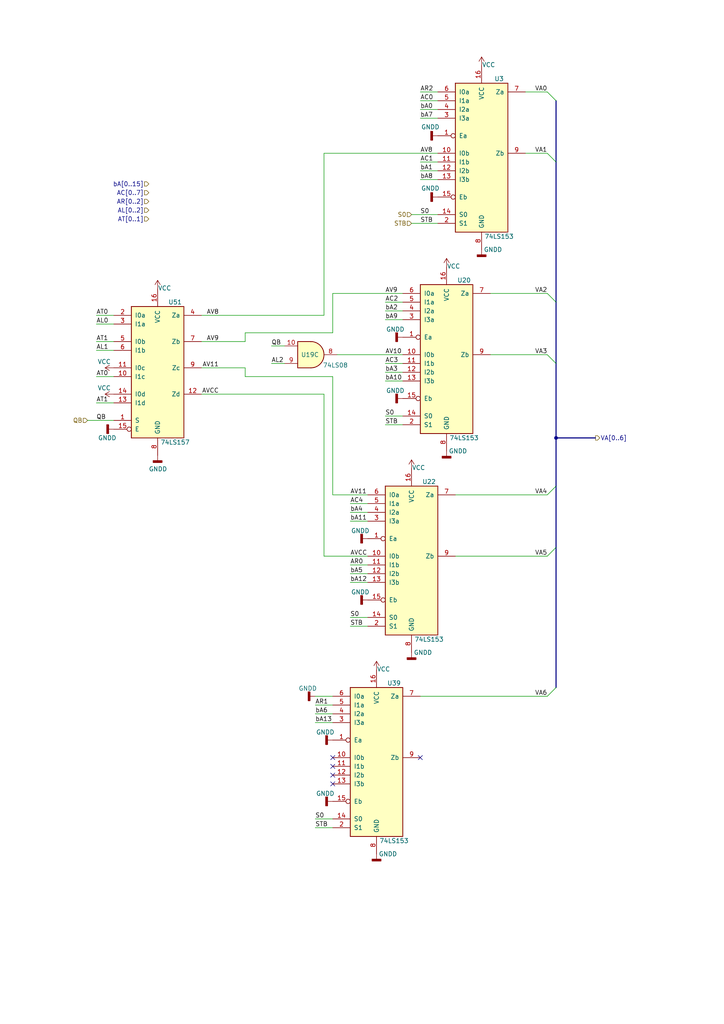
<source format=kicad_sch>
(kicad_sch (version 20230121) (generator eeschema)
  (paper "A4" portrait)
  (lib_symbols
    (symbol "74xx:74LS08" (pin_names (offset 1.016))
      (property "Reference" "U" (at 0 1.27 0))
      (property "Value" "74LS08" (at 0 -1.27 0))
      (symbol "74LS08_1_1"
        (arc (start 0 -3.81) (mid 3.7934 0) (end 0 3.81) (stroke (width 0.254)) (fill (type background)))
        (polyline (pts (xy 0 3.81) (xy -3.81 3.81) (xy -3.81 -3.81) (xy 0 -3.81)) (stroke (width 0.254)) (fill (type background)))
        (pin input line (at -7.62 2.54 0) (length 3.81) (name "~") (number "1"))
        (pin input line (at -7.62 -2.54 0) (length 3.81) (name "~") (number "2"))
        (pin output line (at 7.62 0 180) (length 3.81) (name "~") (number "3"))
      )
      (symbol "74LS08_1_2"
        (arc (start -3.81 -3.81) (mid -2.589 0) (end -3.81 3.81) (stroke (width 0.254)))
        (arc (start -0.6096 -3.81) (mid 2.1842 -2.5851) (end 3.81 0) (stroke (width 0.254)) (fill (type background)))
        (polyline (pts (xy -3.81 -3.81) (xy -0.635 -3.81)) (stroke (width 0.254)) (fill (type background)))
        (polyline (pts (xy -3.81 3.81) (xy -0.635 3.81)) (stroke (width 0.254)) (fill (type background)))
        (polyline (pts (xy -0.635 3.81) (xy -3.81 3.81) (xy -3.81 3.81) (xy -3.556 3.4036) (xy -3.0226 2.2606) (xy -2.6924 1.0414) (xy -2.6162 -0.254) (xy -2.7686 -1.4986) (xy -3.175 -2.7178) (xy -3.81 -3.81) (xy -3.81 -3.81) (xy -0.635 -3.81)) (stroke (width -25.4)) (fill (type background)))
        (arc (start 3.81 0) (mid 2.1915 2.5936) (end -0.6096 3.81) (stroke (width 0.254)) (fill (type background)))
        (pin input inverted (at -7.62 2.54 0) (length 4.318) (name "~") (number "1"))
        (pin input inverted (at -7.62 -2.54 0) (length 4.318) (name "~") (number "2"))
        (pin output inverted (at 7.62 0 180) (length 3.81) (name "~") (number "3"))
      )
      (symbol "74LS08_2_1"
        (arc (start 0 -3.81) (mid 3.7934 0) (end 0 3.81) (stroke (width 0.254)) (fill (type background)))
        (polyline (pts (xy 0 3.81) (xy -3.81 3.81) (xy -3.81 -3.81) (xy 0 -3.81)) (stroke (width 0.254)) (fill (type background)))
        (pin input line (at -7.62 2.54 0) (length 3.81) (name "~") (number "4"))
        (pin input line (at -7.62 -2.54 0) (length 3.81) (name "~") (number "5"))
        (pin output line (at 7.62 0 180) (length 3.81) (name "~") (number "6"))
      )
      (symbol "74LS08_2_2"
        (arc (start -3.81 -3.81) (mid -2.589 0) (end -3.81 3.81) (stroke (width 0.254)))
        (arc (start -0.6096 -3.81) (mid 2.1842 -2.5851) (end 3.81 0) (stroke (width 0.254)) (fill (type background)))
        (polyline (pts (xy -3.81 -3.81) (xy -0.635 -3.81)) (stroke (width 0.254)) (fill (type background)))
        (polyline (pts (xy -3.81 3.81) (xy -0.635 3.81)) (stroke (width 0.254)) (fill (type background)))
        (polyline (pts (xy -0.635 3.81) (xy -3.81 3.81) (xy -3.81 3.81) (xy -3.556 3.4036) (xy -3.0226 2.2606) (xy -2.6924 1.0414) (xy -2.6162 -0.254) (xy -2.7686 -1.4986) (xy -3.175 -2.7178) (xy -3.81 -3.81) (xy -3.81 -3.81) (xy -0.635 -3.81)) (stroke (width -25.4)) (fill (type background)))
        (arc (start 3.81 0) (mid 2.1915 2.5936) (end -0.6096 3.81) (stroke (width 0.254)) (fill (type background)))
        (pin input inverted (at -7.62 2.54 0) (length 4.318) (name "~") (number "4"))
        (pin input inverted (at -7.62 -2.54 0) (length 4.318) (name "~") (number "5"))
        (pin output inverted (at 7.62 0 180) (length 3.81) (name "~") (number "6"))
      )
      (symbol "74LS08_3_1"
        (arc (start 0 -3.81) (mid 3.7934 0) (end 0 3.81) (stroke (width 0.254)) (fill (type background)))
        (polyline (pts (xy 0 3.81) (xy -3.81 3.81) (xy -3.81 -3.81) (xy 0 -3.81)) (stroke (width 0.254)) (fill (type background)))
        (pin input line (at -7.62 -2.54 0) (length 3.81) (name "~") (number "10"))
        (pin output line (at 7.62 0 180) (length 3.81) (name "~") (number "8"))
        (pin input line (at -7.62 2.54 0) (length 3.81) (name "~") (number "9"))
      )
      (symbol "74LS08_3_2"
        (arc (start -3.81 -3.81) (mid -2.589 0) (end -3.81 3.81) (stroke (width 0.254)))
        (arc (start -0.6096 -3.81) (mid 2.1842 -2.5851) (end 3.81 0) (stroke (width 0.254)) (fill (type background)))
        (polyline (pts (xy -3.81 -3.81) (xy -0.635 -3.81)) (stroke (width 0.254)) (fill (type background)))
        (polyline (pts (xy -3.81 3.81) (xy -0.635 3.81)) (stroke (width 0.254)) (fill (type background)))
        (polyline (pts (xy -0.635 3.81) (xy -3.81 3.81) (xy -3.81 3.81) (xy -3.556 3.4036) (xy -3.0226 2.2606) (xy -2.6924 1.0414) (xy -2.6162 -0.254) (xy -2.7686 -1.4986) (xy -3.175 -2.7178) (xy -3.81 -3.81) (xy -3.81 -3.81) (xy -0.635 -3.81)) (stroke (width -25.4)) (fill (type background)))
        (arc (start 3.81 0) (mid 2.1915 2.5936) (end -0.6096 3.81) (stroke (width 0.254)) (fill (type background)))
        (pin input inverted (at -7.62 -2.54 0) (length 4.318) (name "~") (number "10"))
        (pin output inverted (at 7.62 0 180) (length 3.81) (name "~") (number "8"))
        (pin input inverted (at -7.62 2.54 0) (length 4.318) (name "~") (number "9"))
      )
      (symbol "74LS08_4_1"
        (arc (start 0 -3.81) (mid 3.7934 0) (end 0 3.81) (stroke (width 0.254)) (fill (type background)))
        (polyline (pts (xy 0 3.81) (xy -3.81 3.81) (xy -3.81 -3.81) (xy 0 -3.81)) (stroke (width 0.254)) (fill (type background)))
        (pin output line (at 7.62 0 180) (length 3.81) (name "~") (number "11"))
        (pin input line (at -7.62 2.54 0) (length 3.81) (name "~") (number "12"))
        (pin input line (at -7.62 -2.54 0) (length 3.81) (name "~") (number "13"))
      )
      (symbol "74LS08_4_2"
        (arc (start -3.81 -3.81) (mid -2.589 0) (end -3.81 3.81) (stroke (width 0.254)))
        (arc (start -0.6096 -3.81) (mid 2.1842 -2.5851) (end 3.81 0) (stroke (width 0.254)) (fill (type background)))
        (polyline (pts (xy -3.81 -3.81) (xy -0.635 -3.81)) (stroke (width 0.254)) (fill (type background)))
        (polyline (pts (xy -3.81 3.81) (xy -0.635 3.81)) (stroke (width 0.254)) (fill (type background)))
        (polyline (pts (xy -0.635 3.81) (xy -3.81 3.81) (xy -3.81 3.81) (xy -3.556 3.4036) (xy -3.0226 2.2606) (xy -2.6924 1.0414) (xy -2.6162 -0.254) (xy -2.7686 -1.4986) (xy -3.175 -2.7178) (xy -3.81 -3.81) (xy -3.81 -3.81) (xy -0.635 -3.81)) (stroke (width -25.4)) (fill (type background)))
        (arc (start 3.81 0) (mid 2.1915 2.5936) (end -0.6096 3.81) (stroke (width 0.254)) (fill (type background)))
        (pin output inverted (at 7.62 0 180) (length 3.81) (name "~") (number "11"))
        (pin input inverted (at -7.62 2.54 0) (length 4.318) (name "~") (number "12"))
        (pin input inverted (at -7.62 -2.54 0) (length 4.318) (name "~") (number "13"))
      )
      (symbol "74LS08_5_0"
        (pin power_in line (at 0 12.7 270) (length 5.08) (name "VCC") (number "14"))
        (pin power_in line (at 0 -12.7 90) (length 5.08) (name "GND") (number "7"))
      )
      (symbol "74LS08_5_1"
        (rectangle (start -5.08 7.62) (end 5.08 -7.62) (stroke (width 0.254)) (fill (type background)))
      )
    )
    (symbol "74xx:74LS153" (pin_names (offset 1.016))
      (property "Reference" "U" (at -7.62 21.59 0))
      (property "Value" "74LS153" (at -7.62 -24.13 0))
      (symbol "74LS153_1_0"
        (pin input inverted (at -12.7 5.08 0) (length 5.08) (name "Ea") (number "1"))
        (pin input line (at -12.7 0 0) (length 5.08) (name "I0b") (number "10"))
        (pin input line (at -12.7 -2.54 0) (length 5.08) (name "I1b") (number "11"))
        (pin input line (at -12.7 -5.08 0) (length 5.08) (name "I2b") (number "12"))
        (pin input line (at -12.7 -7.62 0) (length 5.08) (name "I3b") (number "13"))
        (pin input line (at -12.7 -17.78 0) (length 5.08) (name "S0") (number "14"))
        (pin input inverted (at -12.7 -12.7 0) (length 5.08) (name "Eb") (number "15"))
        (pin power_in line (at 0 25.4 270) (length 5.08) (name "VCC") (number "16"))
        (pin input line (at -12.7 -20.32 0) (length 5.08) (name "S1") (number "2"))
        (pin input line (at -12.7 10.16 0) (length 5.08) (name "I3a") (number "3"))
        (pin input line (at -12.7 12.7 0) (length 5.08) (name "I2a") (number "4"))
        (pin input line (at -12.7 15.24 0) (length 5.08) (name "I1a") (number "5"))
        (pin input line (at -12.7 17.78 0) (length 5.08) (name "I0a") (number "6"))
        (pin output line (at 12.7 17.78 180) (length 5.08) (name "Za") (number "7"))
        (pin power_in line (at 0 -27.94 90) (length 5.08) (name "GND") (number "8"))
        (pin output line (at 12.7 0 180) (length 5.08) (name "Zb") (number "9"))
      )
      (symbol "74LS153_1_1"
        (rectangle (start -7.62 20.32) (end 7.62 -22.86) (stroke (width 0.254)) (fill (type background)))
      )
    )
    (symbol "74xx:74LS157" (pin_names (offset 1.016))
      (property "Reference" "U" (at -7.62 19.05 0))
      (property "Value" "74LS157" (at -7.62 -21.59 0))
      (symbol "74LS157_1_0"
        (pin input line (at -12.7 -15.24 0) (length 5.08) (name "S") (number "1"))
        (pin input line (at -12.7 -2.54 0) (length 5.08) (name "I1c") (number "10"))
        (pin input line (at -12.7 0 0) (length 5.08) (name "I0c") (number "11"))
        (pin output line (at 12.7 -7.62 180) (length 5.08) (name "Zd") (number "12"))
        (pin input line (at -12.7 -10.16 0) (length 5.08) (name "I1d") (number "13"))
        (pin input line (at -12.7 -7.62 0) (length 5.08) (name "I0d") (number "14"))
        (pin input inverted (at -12.7 -17.78 0) (length 5.08) (name "E") (number "15"))
        (pin power_in line (at 0 22.86 270) (length 5.08) (name "VCC") (number "16"))
        (pin input line (at -12.7 15.24 0) (length 5.08) (name "I0a") (number "2"))
        (pin input line (at -12.7 12.7 0) (length 5.08) (name "I1a") (number "3"))
        (pin output line (at 12.7 15.24 180) (length 5.08) (name "Za") (number "4"))
        (pin input line (at -12.7 7.62 0) (length 5.08) (name "I0b") (number "5"))
        (pin input line (at -12.7 5.08 0) (length 5.08) (name "I1b") (number "6"))
        (pin output line (at 12.7 7.62 180) (length 5.08) (name "Zb") (number "7"))
        (pin power_in line (at 0 -25.4 90) (length 5.08) (name "GND") (number "8"))
        (pin output line (at 12.7 0 180) (length 5.08) (name "Zc") (number "9"))
      )
      (symbol "74LS157_1_1"
        (rectangle (start -7.62 17.78) (end 7.62 -20.32) (stroke (width 0.254)) (fill (type background)))
      )
    )
    (symbol "power:GNDD" (power) (pin_names (offset 0))
      (property "Value" "GNDD" (at 0 -3.175 0))
      (symbol "GNDD_0_1"
        (rectangle (start -1.27 -1.524) (end 1.27 -2.032) (stroke (width 0.254)) (fill (type outline)))
        (polyline (pts (xy 0 0) (xy 0 -1.524)))
      )
      (symbol "GNDD_1_1"
        (pin power_in line (at 0 0 270) (length 0) hide (name "GNDD") (number "1"))
      )
    )
    (symbol "power:VCC" (power) (pin_names (offset 0))
      (property "Value" "VCC" (at 0 3.81 0))
      (symbol "VCC_0_1"
        (polyline (pts (xy -0.762 1.27) (xy 0 2.54)))
        (polyline (pts (xy 0 0) (xy 0 2.54)))
        (polyline (pts (xy 0 2.54) (xy 0.762 1.27)))
      )
      (symbol "VCC_1_1"
        (pin power_in line (at 0 0 90) (length 0) hide (name "VCC") (number "1"))
      )
    )
  )
  (junction (at 161.29 127))
  (no_connect (at 96.52 219.71))
  (no_connect (at 96.52 227.33))
  (no_connect (at 96.52 224.79))
  (no_connect (at 96.52 222.25))
  (no_connect (at 121.92 219.71))
  (bus_entry (at 158.75 26.67) (size 2.54 2.54))
  (bus_entry (at 158.75 85.09) (size 2.54 2.54))
  (bus_entry (at 158.75 143.51) (size 2.54 -2.54))
  (bus_entry (at 158.75 161.29) (size 2.54 -2.54))
  (bus_entry (at 158.75 44.45) (size 2.54 2.54))
  (bus_entry (at 158.75 102.87) (size 2.54 2.54))
  (bus_entry (at 158.75 201.93) (size 2.54 -2.54))
  (wire (pts (xy 116.84 87.63) (xy 111.76 87.63)))
  (wire (pts (xy 116.84 92.71) (xy 111.76 92.71)))
  (wire (pts (xy 121.92 201.93) (xy 158.75 201.93)))
  (wire (pts (xy 71.12 96.52) (xy 96.52 96.52)))
  (wire (pts (xy 78.74 100.33) (xy 82.55 100.33)))
  (wire (pts (xy 33.02 109.22) (xy 27.94 109.22)))
  (wire (pts (xy 127 26.67) (xy 121.92 26.67)))
  (wire (pts (xy 119.38 64.77) (xy 127 64.77)))
  (wire (pts (xy 106.68 179.07) (xy 101.6 179.07)))
  (wire (pts (xy 116.84 105.41) (xy 111.76 105.41)))
  (wire (pts (xy 33.02 121.92) (xy 25.4 121.92)))
  (wire (pts (xy 71.12 106.68) (xy 71.12 109.22)))
  (wire (pts (xy 58.42 91.44) (xy 93.98 91.44)))
  (bus (pts (xy 161.29 87.63) (xy 161.29 105.41)))
  (wire (pts (xy 96.52 209.55) (xy 91.44 209.55)))
  (wire (pts (xy 132.08 161.29) (xy 158.75 161.29)))
  (wire (pts (xy 33.02 101.6) (xy 27.94 101.6)))
  (bus (pts (xy 161.29 127) (xy 161.29 140.97)))
  (wire (pts (xy 106.68 148.59) (xy 101.6 148.59)))
  (wire (pts (xy 33.02 91.44) (xy 27.94 91.44)))
  (wire (pts (xy 127 34.29) (xy 121.92 34.29)))
  (wire (pts (xy 132.08 143.51) (xy 158.75 143.51)))
  (wire (pts (xy 96.52 96.52) (xy 96.52 85.09)))
  (wire (pts (xy 71.12 109.22) (xy 96.52 109.22)))
  (bus (pts (xy 161.29 127) (xy 172.72 127)))
  (wire (pts (xy 116.84 120.65) (xy 111.76 120.65)))
  (wire (pts (xy 96.52 85.09) (xy 116.84 85.09)))
  (wire (pts (xy 93.98 161.29) (xy 106.68 161.29)))
  (wire (pts (xy 58.42 99.06) (xy 71.12 99.06)))
  (wire (pts (xy 106.68 163.83) (xy 101.6 163.83)))
  (wire (pts (xy 106.68 146.05) (xy 101.6 146.05)))
  (wire (pts (xy 33.02 99.06) (xy 27.94 99.06)))
  (bus (pts (xy 161.29 29.21) (xy 161.29 46.99)))
  (wire (pts (xy 96.52 204.47) (xy 91.44 204.47)))
  (wire (pts (xy 116.84 90.17) (xy 111.76 90.17)))
  (wire (pts (xy 127 52.07) (xy 121.92 52.07)))
  (wire (pts (xy 93.98 44.45) (xy 93.98 91.44)))
  (wire (pts (xy 152.4 26.67) (xy 158.75 26.67)))
  (wire (pts (xy 93.98 44.45) (xy 127 44.45)))
  (wire (pts (xy 96.52 109.22) (xy 96.52 143.51)))
  (wire (pts (xy 58.42 114.3) (xy 93.98 114.3)))
  (wire (pts (xy 96.52 240.03) (xy 91.44 240.03)))
  (wire (pts (xy 91.44 201.93) (xy 96.52 201.93)))
  (wire (pts (xy 33.02 116.84) (xy 27.94 116.84)))
  (wire (pts (xy 119.38 62.23) (xy 127 62.23)))
  (wire (pts (xy 106.68 151.13) (xy 101.6 151.13)))
  (wire (pts (xy 97.79 102.87) (xy 116.84 102.87)))
  (wire (pts (xy 127 31.75) (xy 121.92 31.75)))
  (wire (pts (xy 116.84 123.19) (xy 111.76 123.19)))
  (wire (pts (xy 106.68 168.91) (xy 101.6 168.91)))
  (wire (pts (xy 116.84 110.49) (xy 111.76 110.49)))
  (wire (pts (xy 152.4 44.45) (xy 158.75 44.45)))
  (wire (pts (xy 142.24 102.87) (xy 158.75 102.87)))
  (bus (pts (xy 161.29 105.41) (xy 161.29 127)))
  (wire (pts (xy 106.68 166.37) (xy 101.6 166.37)))
  (wire (pts (xy 96.52 207.01) (xy 91.44 207.01)))
  (wire (pts (xy 82.55 105.41) (xy 78.74 105.41)))
  (wire (pts (xy 142.24 85.09) (xy 158.75 85.09)))
  (wire (pts (xy 96.52 143.51) (xy 106.68 143.51)))
  (bus (pts (xy 161.29 158.75) (xy 161.29 199.39)))
  (wire (pts (xy 127 46.99) (xy 121.92 46.99)))
  (wire (pts (xy 127 49.53) (xy 121.92 49.53)))
  (wire (pts (xy 127 29.21) (xy 121.92 29.21)))
  (bus (pts (xy 161.29 140.97) (xy 161.29 158.75)))
  (wire (pts (xy 71.12 99.06) (xy 71.12 96.52)))
  (wire (pts (xy 33.02 93.98) (xy 27.94 93.98)))
  (wire (pts (xy 58.42 106.68) (xy 71.12 106.68)))
  (wire (pts (xy 106.68 181.61) (xy 101.6 181.61)))
  (bus (pts (xy 161.29 46.99) (xy 161.29 87.63)))
  (wire (pts (xy 93.98 114.3) (xy 93.98 161.29)))
  (wire (pts (xy 96.52 237.49) (xy 91.44 237.49)))
  (wire (pts (xy 116.84 107.95) (xy 111.76 107.95)))
  (label "AV9" (at 111.76 85.09 0))
  (label "bA1" (at 121.92 49.53 0))
  (label "bA2" (at 111.76 90.17 0))
  (label "bA5" (at 101.6 166.37 0))
  (label "bA3" (at 111.76 107.95 0))
  (label "AC0" (at 121.92 29.21 0))
  (label "AV8" (at 121.92 44.45 0))
  (label "S0" (at 111.76 120.65 0))
  (label "bA9" (at 111.76 92.71 0))
  (label "VA2" (at 158.75 85.09 180))
  (label "STB" (at 111.76 123.19 0))
  (label "STB" (at 101.6 181.61 0))
  (label "AL2" (at 78.74 105.41 0))
  (label "AC3" (at 111.76 105.41 0))
  (label "AR0" (at 101.6 163.83 0))
  (label "VA4" (at 158.75 143.51 180))
  (label "S0" (at 101.6 179.07 0))
  (label "AC4" (at 101.6 146.05 0))
  (label "AC2" (at 111.76 87.63 0))
  (label "AVCC" (at 63.5 114.3 180))
  (label "VA6" (at 158.75 201.93 180))
  (label "S0" (at 91.44 237.49 0))
  (label "AT1" (at 27.94 116.84 0))
  (label "bA8" (at 121.92 52.07 0))
  (label "AL0" (at 27.94 93.98 0))
  (label "AV11" (at 101.6 143.51 0))
  (label "AT0" (at 27.94 109.22 0))
  (label "QB" (at 27.94 121.92 0))
  (label "VA1" (at 158.75 44.45 180))
  (label "VA5" (at 158.75 161.29 180))
  (label "AV9" (at 63.5 99.06 180))
  (label "VA3" (at 158.75 102.87 180))
  (label "AV10" (at 111.76 102.87 0))
  (label "AT1" (at 27.94 99.06 0))
  (label "S0" (at 121.92 62.23 0))
  (label "STB" (at 91.44 240.03 0))
  (label "AVCC" (at 101.6 161.29 0))
  (label "bA0" (at 121.92 31.75 0))
  (label "VA0" (at 158.75 26.67 180))
  (label "bA6" (at 91.44 207.01 0))
  (label "AL1" (at 27.94 101.6 0))
  (label "bA13" (at 91.44 209.55 0))
  (label "QB" (at 78.74 100.33 0))
  (label "bA10" (at 111.76 110.49 0))
  (label "bA7" (at 121.92 34.29 0))
  (label "AR1" (at 91.44 204.47 0))
  (label "AT0" (at 27.94 91.44 0))
  (label "AR2" (at 121.92 26.67 0))
  (label "AC1" (at 121.92 46.99 0))
  (label "bA11" (at 101.6 151.13 0))
  (label "bA4" (at 101.6 148.59 0))
  (label "STB" (at 121.92 64.77 0))
  (label "AV11" (at 63.5 106.68 180))
  (label "AV8" (at 63.5 91.44 180))
  (label "bA12" (at 101.6 168.91 0))
  (hierarchical_label "STB" (shape input) (at 119.38 64.77 180))
  (hierarchical_label "AC[0..7]" (shape input) (at 43.18 55.88 180))
  (hierarchical_label "QB" (shape input) (at 25.4 121.92 180))
  (hierarchical_label "bA[0..15]" (shape input) (at 43.18 53.34 180))
  (hierarchical_label "AL[0..2]" (shape input) (at 43.18 60.96 180))
  (hierarchical_label "VA[0..6]" (shape output) (at 172.72 127 0))
  (hierarchical_label "AR[0..2]" (shape input) (at 43.18 58.42 180))
  (hierarchical_label "AT[0..1]" (shape input) (at 43.18 63.5 180))
  (hierarchical_label "S0" (shape input) (at 119.38 62.23 180))
  (symbol (lib_id "74xx:74LS157") (at 45.72 106.68 0) (unit 1)
    (property "Reference" "U51" (at 50.8 87.63 0))
    (property "Value" "74LS157" (at 50.8 128.27 0))
    (property "Footprint" "Cobra_original:DIP-16_W7.62mm" (effects hide))
    (property "Datasheet" "http://www.ti.com/lit/gpn/sn74LS157" (effects hide))
  )
  (symbol (lib_id "74xx:74LS153") (at 139.7 44.45 0) (unit 1)
    (property "Reference" "U3" (at 144.78 22.86 0))
    (property "Value" "74LS153" (at 144.78 68.58 0))
    (property "Footprint" "Cobra_original:DIP-16_W7.62mm" (effects hide))
    (property "Datasheet" "http://www.ti.com/lit/gpn/sn74LS153" (effects hide))
  )
  (symbol (lib_id "power:VCC") (at 45.72 83.82 0) (unit 1)
    (property "Reference" "#PWR0299" (effects hide))
    (property "Value" "VCC" (at 47.752 83.566 0))
  )
  (symbol (lib_id "power:VCC") (at 139.7 19.05 0) (unit 1)
    (property "Reference" "#PWR0300" (effects hide))
    (property "Value" "VCC" (at 141.732 18.796 0))
  )
  (symbol (lib_id "power:GNDD") (at 139.7 72.39 0) (unit 1)
    (property "Reference" "#PWR0301" (effects hide))
    (property "Value" "GNDD" (at 143.002 72.39 0))
  )
  (symbol (lib_id "power:GNDD") (at 45.72 132.08 0) (unit 1)
    (property "Reference" "#PWR0302" (effects hide))
    (property "Value" "GNDD" (at 45.8216 136.017 0))
  )
  (symbol (lib_id "74xx:74LS153") (at 129.54 102.87 0) (unit 1)
    (property "Reference" "U20" (at 134.62 81.28 0))
    (property "Value" "74LS153" (at 134.62 127 0))
    (property "Footprint" "Cobra_original:DIP-16_W7.62mm" (effects hide))
    (property "Datasheet" "http://www.ti.com/lit/gpn/sn74LS153" (effects hide))
  )
  (symbol (lib_id "power:VCC") (at 129.54 77.47 0) (unit 1)
    (property "Reference" "#PWR0303" (effects hide))
    (property "Value" "VCC" (at 131.572 77.216 0))
  )
  (symbol (lib_id "power:GNDD") (at 129.54 130.81 0) (unit 1)
    (property "Reference" "#PWR0304" (effects hide))
    (property "Value" "GNDD" (at 132.842 130.81 0))
  )
  (symbol (lib_id "74xx:74LS153") (at 119.38 161.29 0) (unit 1)
    (property "Reference" "U22" (at 124.46 139.7 0))
    (property "Value" "74LS153" (at 124.46 185.42 0))
    (property "Footprint" "Cobra_original:DIP-16_W7.62mm" (effects hide))
    (property "Datasheet" "http://www.ti.com/lit/gpn/sn74LS153" (effects hide))
  )
  (symbol (lib_id "power:VCC") (at 119.38 135.89 0) (unit 1)
    (property "Reference" "#PWR0305" (effects hide))
    (property "Value" "VCC" (at 121.412 135.636 0))
  )
  (symbol (lib_id "power:GNDD") (at 119.38 189.23 0) (unit 1)
    (property "Reference" "#PWR0306" (effects hide))
    (property "Value" "GNDD" (at 122.682 189.23 0))
  )
  (symbol (lib_id "74xx:74LS153") (at 109.22 219.71 0) (unit 1)
    (property "Reference" "U39" (at 114.3 198.12 0))
    (property "Value" "74LS153" (at 114.3 243.84 0))
    (property "Footprint" "Cobra_original:DIP-16_W7.62mm" (effects hide))
    (property "Datasheet" "http://www.ti.com/lit/gpn/sn74LS153" (effects hide))
  )
  (symbol (lib_id "power:VCC") (at 109.22 194.31 0) (unit 1)
    (property "Reference" "#PWR0307" (effects hide))
    (property "Value" "VCC" (at 111.252 194.056 0))
  )
  (symbol (lib_id "power:GNDD") (at 109.22 247.65 0) (unit 1)
    (property "Reference" "#PWR0308" (effects hide))
    (property "Value" "GNDD" (at 112.522 247.65 0))
  )
  (symbol (lib_id "power:GNDD") (at 127 39.37 270) (unit 1)
    (property "Reference" "#PWR0309" (effects hide))
    (property "Value" "GNDD" (at 127.508 36.83 90) (effects (justify right)))
  )
  (symbol (lib_id "power:GNDD") (at 127 57.15 270) (unit 1)
    (property "Reference" "#PWR0310" (effects hide))
    (property "Value" "GNDD" (at 127.508 54.61 90) (effects (justify right)))
  )
  (symbol (lib_id "power:GNDD") (at 116.84 97.79 270) (unit 1)
    (property "Reference" "#PWR0311" (effects hide))
    (property "Value" "GNDD" (at 117.348 95.504 90) (effects (justify right)))
  )
  (symbol (lib_id "power:GNDD") (at 116.84 115.57 270) (unit 1)
    (property "Reference" "#PWR0312" (effects hide))
    (property "Value" "GNDD" (at 117.348 113.284 90) (effects (justify right)))
  )
  (symbol (lib_id "power:GNDD") (at 106.68 156.21 270) (unit 1)
    (property "Reference" "#PWR0313" (effects hide))
    (property "Value" "GNDD" (at 107.188 153.924 90) (effects (justify right)))
  )
  (symbol (lib_id "power:GNDD") (at 106.68 173.99 270) (unit 1)
    (property "Reference" "#PWR0314" (effects hide))
    (property "Value" "GNDD" (at 107.188 171.704 90) (effects (justify right)))
  )
  (symbol (lib_id "power:GNDD") (at 96.52 214.63 270) (unit 1)
    (property "Reference" "#PWR0315" (effects hide))
    (property "Value" "GNDD" (at 97.028 212.344 90) (effects (justify right)))
  )
  (symbol (lib_id "power:GNDD") (at 96.52 232.41 270) (unit 1)
    (property "Reference" "#PWR0316" (effects hide))
    (property "Value" "GNDD" (at 97.028 230.124 90) (effects (justify right)))
  )
  (symbol (lib_id "power:GNDD") (at 91.44 201.93 270) (unit 1)
    (property "Reference" "#PWR0317" (effects hide))
    (property "Value" "GNDD" (at 91.948 199.644 90) (effects (justify right)))
  )
  (symbol (lib_id "power:VCC") (at 33.02 114.3 90) (unit 1)
    (property "Reference" "#PWR0318" (effects hide))
    (property "Value" "VCC" (at 30.226 112.522 90))
  )
  (symbol (lib_id "power:GNDD") (at 33.02 124.46 270) (unit 1)
    (property "Reference" "#PWR0319" (effects hide))
    (property "Value" "GNDD" (at 33.782 127 90) (effects (justify right)))
  )
  (symbol (lib_id "74xx:74LS08") (at 90.17 102.87 0) (mirror x) (unit 3)
    (property "Reference" "U19" (at 89.916 102.87 0))
    (property "Value" "74LS08" (at 97.282 105.918 0))
    (property "Footprint" "Cobra_original:DIP-14_W7.62mm" (effects hide))
    (property "Datasheet" "http://www.ti.com/lit/gpn/sn74LS08" (effects hide))
  )
  (symbol (lib_id "power:VCC") (at 33.02 106.68 90) (unit 1)
    (property "Reference" "#PWR042" (effects hide))
    (property "Value" "VCC" (at 30.226 104.902 90))
  )
)
</source>
